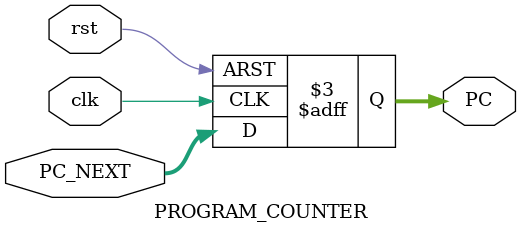
<source format=v>
module PROGRAM_COUNTER(
    input clk,rst,
    input[31:0]PC_NEXT,
    output reg[31:0] PC
);

always @(posedge clk,negedge rst) begin
    if (!rst) begin
        PC<=32'b0;
    end
    else
    begin
      PC<=PC_NEXT;
    end
end
endmodule

</source>
